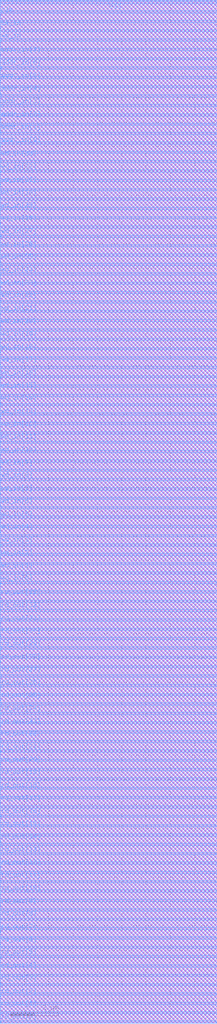
<source format=lef>
# Generated by FakeRAM 2.0
VERSION 5.7 ;
BUSBITCHARS "[]" ;
PROPERTYDEFINITIONS
  MACRO width INTEGER ;
  MACRO depth INTEGER ;
  MACRO banks INTEGER ;
END PROPERTYDEFINITIONS
MACRO fakeram7_256x34_upper
  PROPERTY width 34 ;
  PROPERTY depth 256 ;
  PROPERTY banks 2 ;
  FOREIGN fakeram7_256x34_upper 0 0 ;
  SYMMETRY X Y R90 ;
  SIZE 8.930 BY 42.000 ;
  CLASS BLOCK ;
  PIN rd_out[0]
    DIRECTION OUTPUT ;
    USE SIGNAL ;
    SHAPE ABUTMENT ;
    PORT
      LAYER M4_m ;
      RECT 0.000 0.048 0.024 0.072 ;
    END
  END rd_out[0]
  PIN rd_out[1]
    DIRECTION OUTPUT ;
    USE SIGNAL ;
    SHAPE ABUTMENT ;
    PORT
      LAYER M4_m ;
      RECT 0.000 0.576 0.024 0.600 ;
    END
  END rd_out[1]
  PIN rd_out[2]
    DIRECTION OUTPUT ;
    USE SIGNAL ;
    SHAPE ABUTMENT ;
    PORT
      LAYER M4_m ;
      RECT 0.000 1.104 0.024 1.128 ;
    END
  END rd_out[2]
  PIN rd_out[3]
    DIRECTION OUTPUT ;
    USE SIGNAL ;
    SHAPE ABUTMENT ;
    PORT
      LAYER M4_m ;
      RECT 0.000 1.632 0.024 1.656 ;
    END
  END rd_out[3]
  PIN rd_out[4]
    DIRECTION OUTPUT ;
    USE SIGNAL ;
    SHAPE ABUTMENT ;
    PORT
      LAYER M4_m ;
      RECT 0.000 2.160 0.024 2.184 ;
    END
  END rd_out[4]
  PIN rd_out[5]
    DIRECTION OUTPUT ;
    USE SIGNAL ;
    SHAPE ABUTMENT ;
    PORT
      LAYER M4_m ;
      RECT 0.000 2.688 0.024 2.712 ;
    END
  END rd_out[5]
  PIN rd_out[6]
    DIRECTION OUTPUT ;
    USE SIGNAL ;
    SHAPE ABUTMENT ;
    PORT
      LAYER M4_m ;
      RECT 0.000 3.216 0.024 3.240 ;
    END
  END rd_out[6]
  PIN rd_out[7]
    DIRECTION OUTPUT ;
    USE SIGNAL ;
    SHAPE ABUTMENT ;
    PORT
      LAYER M4_m ;
      RECT 0.000 3.744 0.024 3.768 ;
    END
  END rd_out[7]
  PIN rd_out[8]
    DIRECTION OUTPUT ;
    USE SIGNAL ;
    SHAPE ABUTMENT ;
    PORT
      LAYER M4_m ;
      RECT 0.000 4.272 0.024 4.296 ;
    END
  END rd_out[8]
  PIN rd_out[9]
    DIRECTION OUTPUT ;
    USE SIGNAL ;
    SHAPE ABUTMENT ;
    PORT
      LAYER M4_m ;
      RECT 0.000 4.800 0.024 4.824 ;
    END
  END rd_out[9]
  PIN rd_out[10]
    DIRECTION OUTPUT ;
    USE SIGNAL ;
    SHAPE ABUTMENT ;
    PORT
      LAYER M4_m ;
      RECT 0.000 5.328 0.024 5.352 ;
    END
  END rd_out[10]
  PIN rd_out[11]
    DIRECTION OUTPUT ;
    USE SIGNAL ;
    SHAPE ABUTMENT ;
    PORT
      LAYER M4_m ;
      RECT 0.000 5.856 0.024 5.880 ;
    END
  END rd_out[11]
  PIN rd_out[12]
    DIRECTION OUTPUT ;
    USE SIGNAL ;
    SHAPE ABUTMENT ;
    PORT
      LAYER M4_m ;
      RECT 0.000 6.384 0.024 6.408 ;
    END
  END rd_out[12]
  PIN rd_out[13]
    DIRECTION OUTPUT ;
    USE SIGNAL ;
    SHAPE ABUTMENT ;
    PORT
      LAYER M4_m ;
      RECT 0.000 6.912 0.024 6.936 ;
    END
  END rd_out[13]
  PIN rd_out[14]
    DIRECTION OUTPUT ;
    USE SIGNAL ;
    SHAPE ABUTMENT ;
    PORT
      LAYER M4_m ;
      RECT 0.000 7.440 0.024 7.464 ;
    END
  END rd_out[14]
  PIN rd_out[15]
    DIRECTION OUTPUT ;
    USE SIGNAL ;
    SHAPE ABUTMENT ;
    PORT
      LAYER M4_m ;
      RECT 0.000 7.968 0.024 7.992 ;
    END
  END rd_out[15]
  PIN rd_out[16]
    DIRECTION OUTPUT ;
    USE SIGNAL ;
    SHAPE ABUTMENT ;
    PORT
      LAYER M4_m ;
      RECT 0.000 8.496 0.024 8.520 ;
    END
  END rd_out[16]
  PIN rd_out[17]
    DIRECTION OUTPUT ;
    USE SIGNAL ;
    SHAPE ABUTMENT ;
    PORT
      LAYER M4_m ;
      RECT 0.000 9.024 0.024 9.048 ;
    END
  END rd_out[17]
  PIN rd_out[18]
    DIRECTION OUTPUT ;
    USE SIGNAL ;
    SHAPE ABUTMENT ;
    PORT
      LAYER M4_m ;
      RECT 0.000 9.552 0.024 9.576 ;
    END
  END rd_out[18]
  PIN rd_out[19]
    DIRECTION OUTPUT ;
    USE SIGNAL ;
    SHAPE ABUTMENT ;
    PORT
      LAYER M4_m ;
      RECT 0.000 10.080 0.024 10.104 ;
    END
  END rd_out[19]
  PIN rd_out[20]
    DIRECTION OUTPUT ;
    USE SIGNAL ;
    SHAPE ABUTMENT ;
    PORT
      LAYER M4_m ;
      RECT 0.000 10.608 0.024 10.632 ;
    END
  END rd_out[20]
  PIN rd_out[21]
    DIRECTION OUTPUT ;
    USE SIGNAL ;
    SHAPE ABUTMENT ;
    PORT
      LAYER M4_m ;
      RECT 0.000 11.136 0.024 11.160 ;
    END
  END rd_out[21]
  PIN rd_out[22]
    DIRECTION OUTPUT ;
    USE SIGNAL ;
    SHAPE ABUTMENT ;
    PORT
      LAYER M4_m ;
      RECT 0.000 11.664 0.024 11.688 ;
    END
  END rd_out[22]
  PIN rd_out[23]
    DIRECTION OUTPUT ;
    USE SIGNAL ;
    SHAPE ABUTMENT ;
    PORT
      LAYER M4_m ;
      RECT 0.000 12.192 0.024 12.216 ;
    END
  END rd_out[23]
  PIN rd_out[24]
    DIRECTION OUTPUT ;
    USE SIGNAL ;
    SHAPE ABUTMENT ;
    PORT
      LAYER M4_m ;
      RECT 0.000 12.720 0.024 12.744 ;
    END
  END rd_out[24]
  PIN rd_out[25]
    DIRECTION OUTPUT ;
    USE SIGNAL ;
    SHAPE ABUTMENT ;
    PORT
      LAYER M4_m ;
      RECT 0.000 13.248 0.024 13.272 ;
    END
  END rd_out[25]
  PIN rd_out[26]
    DIRECTION OUTPUT ;
    USE SIGNAL ;
    SHAPE ABUTMENT ;
    PORT
      LAYER M4_m ;
      RECT 0.000 13.776 0.024 13.800 ;
    END
  END rd_out[26]
  PIN rd_out[27]
    DIRECTION OUTPUT ;
    USE SIGNAL ;
    SHAPE ABUTMENT ;
    PORT
      LAYER M4_m ;
      RECT 0.000 14.304 0.024 14.328 ;
    END
  END rd_out[27]
  PIN rd_out[28]
    DIRECTION OUTPUT ;
    USE SIGNAL ;
    SHAPE ABUTMENT ;
    PORT
      LAYER M4_m ;
      RECT 0.000 14.832 0.024 14.856 ;
    END
  END rd_out[28]
  PIN rd_out[29]
    DIRECTION OUTPUT ;
    USE SIGNAL ;
    SHAPE ABUTMENT ;
    PORT
      LAYER M4_m ;
      RECT 0.000 15.360 0.024 15.384 ;
    END
  END rd_out[29]
  PIN rd_out[30]
    DIRECTION OUTPUT ;
    USE SIGNAL ;
    SHAPE ABUTMENT ;
    PORT
      LAYER M4_m ;
      RECT 0.000 15.888 0.024 15.912 ;
    END
  END rd_out[30]
  PIN rd_out[31]
    DIRECTION OUTPUT ;
    USE SIGNAL ;
    SHAPE ABUTMENT ;
    PORT
      LAYER M4_m ;
      RECT 0.000 16.416 0.024 16.440 ;
    END
  END rd_out[31]
  PIN rd_out[32]
    DIRECTION OUTPUT ;
    USE SIGNAL ;
    SHAPE ABUTMENT ;
    PORT
      LAYER M4_m ;
      RECT 0.000 16.944 0.024 16.968 ;
    END
  END rd_out[32]
  PIN rd_out[33]
    DIRECTION OUTPUT ;
    USE SIGNAL ;
    SHAPE ABUTMENT ;
    PORT
      LAYER M4_m ;
      RECT 0.000 17.472 0.024 17.496 ;
    END
  END rd_out[33]
  PIN wd_in[0]
    DIRECTION INPUT ;
    USE SIGNAL ;
    SHAPE ABUTMENT ;
    PORT
      LAYER M4_m ;
      RECT 0.000 18.048 0.024 18.072 ;
    END
  END wd_in[0]
  PIN wd_in[1]
    DIRECTION INPUT ;
    USE SIGNAL ;
    SHAPE ABUTMENT ;
    PORT
      LAYER M4_m ;
      RECT 0.000 18.576 0.024 18.600 ;
    END
  END wd_in[1]
  PIN wd_in[2]
    DIRECTION INPUT ;
    USE SIGNAL ;
    SHAPE ABUTMENT ;
    PORT
      LAYER M4_m ;
      RECT 0.000 19.104 0.024 19.128 ;
    END
  END wd_in[2]
  PIN wd_in[3]
    DIRECTION INPUT ;
    USE SIGNAL ;
    SHAPE ABUTMENT ;
    PORT
      LAYER M4_m ;
      RECT 0.000 19.632 0.024 19.656 ;
    END
  END wd_in[3]
  PIN wd_in[4]
    DIRECTION INPUT ;
    USE SIGNAL ;
    SHAPE ABUTMENT ;
    PORT
      LAYER M4_m ;
      RECT 0.000 20.160 0.024 20.184 ;
    END
  END wd_in[4]
  PIN wd_in[5]
    DIRECTION INPUT ;
    USE SIGNAL ;
    SHAPE ABUTMENT ;
    PORT
      LAYER M4_m ;
      RECT 0.000 20.688 0.024 20.712 ;
    END
  END wd_in[5]
  PIN wd_in[6]
    DIRECTION INPUT ;
    USE SIGNAL ;
    SHAPE ABUTMENT ;
    PORT
      LAYER M4_m ;
      RECT 0.000 21.216 0.024 21.240 ;
    END
  END wd_in[6]
  PIN wd_in[7]
    DIRECTION INPUT ;
    USE SIGNAL ;
    SHAPE ABUTMENT ;
    PORT
      LAYER M4_m ;
      RECT 0.000 21.744 0.024 21.768 ;
    END
  END wd_in[7]
  PIN wd_in[8]
    DIRECTION INPUT ;
    USE SIGNAL ;
    SHAPE ABUTMENT ;
    PORT
      LAYER M4_m ;
      RECT 0.000 22.272 0.024 22.296 ;
    END
  END wd_in[8]
  PIN wd_in[9]
    DIRECTION INPUT ;
    USE SIGNAL ;
    SHAPE ABUTMENT ;
    PORT
      LAYER M4_m ;
      RECT 0.000 22.800 0.024 22.824 ;
    END
  END wd_in[9]
  PIN wd_in[10]
    DIRECTION INPUT ;
    USE SIGNAL ;
    SHAPE ABUTMENT ;
    PORT
      LAYER M4_m ;
      RECT 0.000 23.328 0.024 23.352 ;
    END
  END wd_in[10]
  PIN wd_in[11]
    DIRECTION INPUT ;
    USE SIGNAL ;
    SHAPE ABUTMENT ;
    PORT
      LAYER M4_m ;
      RECT 0.000 23.856 0.024 23.880 ;
    END
  END wd_in[11]
  PIN wd_in[12]
    DIRECTION INPUT ;
    USE SIGNAL ;
    SHAPE ABUTMENT ;
    PORT
      LAYER M4_m ;
      RECT 0.000 24.384 0.024 24.408 ;
    END
  END wd_in[12]
  PIN wd_in[13]
    DIRECTION INPUT ;
    USE SIGNAL ;
    SHAPE ABUTMENT ;
    PORT
      LAYER M4_m ;
      RECT 0.000 24.912 0.024 24.936 ;
    END
  END wd_in[13]
  PIN wd_in[14]
    DIRECTION INPUT ;
    USE SIGNAL ;
    SHAPE ABUTMENT ;
    PORT
      LAYER M4_m ;
      RECT 0.000 25.440 0.024 25.464 ;
    END
  END wd_in[14]
  PIN wd_in[15]
    DIRECTION INPUT ;
    USE SIGNAL ;
    SHAPE ABUTMENT ;
    PORT
      LAYER M4_m ;
      RECT 0.000 25.968 0.024 25.992 ;
    END
  END wd_in[15]
  PIN wd_in[16]
    DIRECTION INPUT ;
    USE SIGNAL ;
    SHAPE ABUTMENT ;
    PORT
      LAYER M4_m ;
      RECT 0.000 26.496 0.024 26.520 ;
    END
  END wd_in[16]
  PIN wd_in[17]
    DIRECTION INPUT ;
    USE SIGNAL ;
    SHAPE ABUTMENT ;
    PORT
      LAYER M4_m ;
      RECT 0.000 27.024 0.024 27.048 ;
    END
  END wd_in[17]
  PIN wd_in[18]
    DIRECTION INPUT ;
    USE SIGNAL ;
    SHAPE ABUTMENT ;
    PORT
      LAYER M4_m ;
      RECT 0.000 27.552 0.024 27.576 ;
    END
  END wd_in[18]
  PIN wd_in[19]
    DIRECTION INPUT ;
    USE SIGNAL ;
    SHAPE ABUTMENT ;
    PORT
      LAYER M4_m ;
      RECT 0.000 28.080 0.024 28.104 ;
    END
  END wd_in[19]
  PIN wd_in[20]
    DIRECTION INPUT ;
    USE SIGNAL ;
    SHAPE ABUTMENT ;
    PORT
      LAYER M4_m ;
      RECT 0.000 28.608 0.024 28.632 ;
    END
  END wd_in[20]
  PIN wd_in[21]
    DIRECTION INPUT ;
    USE SIGNAL ;
    SHAPE ABUTMENT ;
    PORT
      LAYER M4_m ;
      RECT 0.000 29.136 0.024 29.160 ;
    END
  END wd_in[21]
  PIN wd_in[22]
    DIRECTION INPUT ;
    USE SIGNAL ;
    SHAPE ABUTMENT ;
    PORT
      LAYER M4_m ;
      RECT 0.000 29.664 0.024 29.688 ;
    END
  END wd_in[22]
  PIN wd_in[23]
    DIRECTION INPUT ;
    USE SIGNAL ;
    SHAPE ABUTMENT ;
    PORT
      LAYER M4_m ;
      RECT 0.000 30.192 0.024 30.216 ;
    END
  END wd_in[23]
  PIN wd_in[24]
    DIRECTION INPUT ;
    USE SIGNAL ;
    SHAPE ABUTMENT ;
    PORT
      LAYER M4_m ;
      RECT 0.000 30.720 0.024 30.744 ;
    END
  END wd_in[24]
  PIN wd_in[25]
    DIRECTION INPUT ;
    USE SIGNAL ;
    SHAPE ABUTMENT ;
    PORT
      LAYER M4_m ;
      RECT 0.000 31.248 0.024 31.272 ;
    END
  END wd_in[25]
  PIN wd_in[26]
    DIRECTION INPUT ;
    USE SIGNAL ;
    SHAPE ABUTMENT ;
    PORT
      LAYER M4_m ;
      RECT 0.000 31.776 0.024 31.800 ;
    END
  END wd_in[26]
  PIN wd_in[27]
    DIRECTION INPUT ;
    USE SIGNAL ;
    SHAPE ABUTMENT ;
    PORT
      LAYER M4_m ;
      RECT 0.000 32.304 0.024 32.328 ;
    END
  END wd_in[27]
  PIN wd_in[28]
    DIRECTION INPUT ;
    USE SIGNAL ;
    SHAPE ABUTMENT ;
    PORT
      LAYER M4_m ;
      RECT 0.000 32.832 0.024 32.856 ;
    END
  END wd_in[28]
  PIN wd_in[29]
    DIRECTION INPUT ;
    USE SIGNAL ;
    SHAPE ABUTMENT ;
    PORT
      LAYER M4_m ;
      RECT 0.000 33.360 0.024 33.384 ;
    END
  END wd_in[29]
  PIN wd_in[30]
    DIRECTION INPUT ;
    USE SIGNAL ;
    SHAPE ABUTMENT ;
    PORT
      LAYER M4_m ;
      RECT 0.000 33.888 0.024 33.912 ;
    END
  END wd_in[30]
  PIN wd_in[31]
    DIRECTION INPUT ;
    USE SIGNAL ;
    SHAPE ABUTMENT ;
    PORT
      LAYER M4_m ;
      RECT 0.000 34.416 0.024 34.440 ;
    END
  END wd_in[31]
  PIN wd_in[32]
    DIRECTION INPUT ;
    USE SIGNAL ;
    SHAPE ABUTMENT ;
    PORT
      LAYER M4_m ;
      RECT 0.000 34.944 0.024 34.968 ;
    END
  END wd_in[32]
  PIN wd_in[33]
    DIRECTION INPUT ;
    USE SIGNAL ;
    SHAPE ABUTMENT ;
    PORT
      LAYER M4_m ;
      RECT 0.000 35.472 0.024 35.496 ;
    END
  END wd_in[33]
  PIN addr_in[0]
    DIRECTION INPUT ;
    USE SIGNAL ;
    SHAPE ABUTMENT ;
    PORT
      LAYER M4_m ;
      RECT 0.000 36.048 0.024 36.072 ;
    END
  END addr_in[0]
  PIN addr_in[1]
    DIRECTION INPUT ;
    USE SIGNAL ;
    SHAPE ABUTMENT ;
    PORT
      LAYER M4_m ;
      RECT 0.000 36.576 0.024 36.600 ;
    END
  END addr_in[1]
  PIN addr_in[2]
    DIRECTION INPUT ;
    USE SIGNAL ;
    SHAPE ABUTMENT ;
    PORT
      LAYER M4_m ;
      RECT 0.000 37.104 0.024 37.128 ;
    END
  END addr_in[2]
  PIN addr_in[3]
    DIRECTION INPUT ;
    USE SIGNAL ;
    SHAPE ABUTMENT ;
    PORT
      LAYER M4_m ;
      RECT 0.000 37.632 0.024 37.656 ;
    END
  END addr_in[3]
  PIN addr_in[4]
    DIRECTION INPUT ;
    USE SIGNAL ;
    SHAPE ABUTMENT ;
    PORT
      LAYER M4_m ;
      RECT 0.000 38.160 0.024 38.184 ;
    END
  END addr_in[4]
  PIN addr_in[5]
    DIRECTION INPUT ;
    USE SIGNAL ;
    SHAPE ABUTMENT ;
    PORT
      LAYER M4_m ;
      RECT 0.000 38.688 0.024 38.712 ;
    END
  END addr_in[5]
  PIN addr_in[6]
    DIRECTION INPUT ;
    USE SIGNAL ;
    SHAPE ABUTMENT ;
    PORT
      LAYER M4_m ;
      RECT 0.000 39.216 0.024 39.240 ;
    END
  END addr_in[6]
  PIN addr_in[7]
    DIRECTION INPUT ;
    USE SIGNAL ;
    SHAPE ABUTMENT ;
    PORT
      LAYER M4_m ;
      RECT 0.000 39.744 0.024 39.768 ;
    END
  END addr_in[7]
  PIN we_in
    DIRECTION INPUT ;
    USE SIGNAL ;
    SHAPE ABUTMENT ;
    PORT
      LAYER M4_m ;
      RECT 0.000 40.320 0.024 40.344 ;
    END
  END we_in
  PIN ce_in
    DIRECTION INPUT ;
    USE SIGNAL ;
    SHAPE ABUTMENT ;
    PORT
      LAYER M4_m ;
      RECT 0.000 40.848 0.024 40.872 ;
    END
  END ce_in
  PIN clk
    DIRECTION INPUT ;
    USE SIGNAL ;
    SHAPE ABUTMENT ;
    PORT
      LAYER M4_m ;
      RECT 0.000 41.376 0.024 41.400 ;
    END
  END clk
  PIN VSS
    DIRECTION INOUT ;
    USE GROUND ;
    PORT
      LAYER M4_m ;
      RECT 0.048 0.000 8.882 0.096 ;
      RECT 0.048 0.768 8.882 0.864 ;
      RECT 0.048 1.536 8.882 1.632 ;
      RECT 0.048 2.304 8.882 2.400 ;
      RECT 0.048 3.072 8.882 3.168 ;
      RECT 0.048 3.840 8.882 3.936 ;
      RECT 0.048 4.608 8.882 4.704 ;
      RECT 0.048 5.376 8.882 5.472 ;
      RECT 0.048 6.144 8.882 6.240 ;
      RECT 0.048 6.912 8.882 7.008 ;
      RECT 0.048 7.680 8.882 7.776 ;
      RECT 0.048 8.448 8.882 8.544 ;
      RECT 0.048 9.216 8.882 9.312 ;
      RECT 0.048 9.984 8.882 10.080 ;
      RECT 0.048 10.752 8.882 10.848 ;
      RECT 0.048 11.520 8.882 11.616 ;
      RECT 0.048 12.288 8.882 12.384 ;
      RECT 0.048 13.056 8.882 13.152 ;
      RECT 0.048 13.824 8.882 13.920 ;
      RECT 0.048 14.592 8.882 14.688 ;
      RECT 0.048 15.360 8.882 15.456 ;
      RECT 0.048 16.128 8.882 16.224 ;
      RECT 0.048 16.896 8.882 16.992 ;
      RECT 0.048 17.664 8.882 17.760 ;
      RECT 0.048 18.432 8.882 18.528 ;
      RECT 0.048 19.200 8.882 19.296 ;
      RECT 0.048 19.968 8.882 20.064 ;
      RECT 0.048 20.736 8.882 20.832 ;
      RECT 0.048 21.504 8.882 21.600 ;
      RECT 0.048 22.272 8.882 22.368 ;
      RECT 0.048 23.040 8.882 23.136 ;
      RECT 0.048 23.808 8.882 23.904 ;
      RECT 0.048 24.576 8.882 24.672 ;
      RECT 0.048 25.344 8.882 25.440 ;
      RECT 0.048 26.112 8.882 26.208 ;
      RECT 0.048 26.880 8.882 26.976 ;
      RECT 0.048 27.648 8.882 27.744 ;
      RECT 0.048 28.416 8.882 28.512 ;
      RECT 0.048 29.184 8.882 29.280 ;
      RECT 0.048 29.952 8.882 30.048 ;
      RECT 0.048 30.720 8.882 30.816 ;
      RECT 0.048 31.488 8.882 31.584 ;
      RECT 0.048 32.256 8.882 32.352 ;
      RECT 0.048 33.024 8.882 33.120 ;
      RECT 0.048 33.792 8.882 33.888 ;
      RECT 0.048 34.560 8.882 34.656 ;
      RECT 0.048 35.328 8.882 35.424 ;
      RECT 0.048 36.096 8.882 36.192 ;
      RECT 0.048 36.864 8.882 36.960 ;
      RECT 0.048 37.632 8.882 37.728 ;
      RECT 0.048 38.400 8.882 38.496 ;
      RECT 0.048 39.168 8.882 39.264 ;
      RECT 0.048 39.936 8.882 40.032 ;
      RECT 0.048 40.704 8.882 40.800 ;
      RECT 0.048 41.472 8.882 41.568 ;
    END
  END VSS
  PIN VDD
    DIRECTION INOUT ;
    USE POWER ;
    PORT
      LAYER M4_m ;
      RECT 0.048 0.384 8.882 0.480 ;
      RECT 0.048 1.152 8.882 1.248 ;
      RECT 0.048 1.920 8.882 2.016 ;
      RECT 0.048 2.688 8.882 2.784 ;
      RECT 0.048 3.456 8.882 3.552 ;
      RECT 0.048 4.224 8.882 4.320 ;
      RECT 0.048 4.992 8.882 5.088 ;
      RECT 0.048 5.760 8.882 5.856 ;
      RECT 0.048 6.528 8.882 6.624 ;
      RECT 0.048 7.296 8.882 7.392 ;
      RECT 0.048 8.064 8.882 8.160 ;
      RECT 0.048 8.832 8.882 8.928 ;
      RECT 0.048 9.600 8.882 9.696 ;
      RECT 0.048 10.368 8.882 10.464 ;
      RECT 0.048 11.136 8.882 11.232 ;
      RECT 0.048 11.904 8.882 12.000 ;
      RECT 0.048 12.672 8.882 12.768 ;
      RECT 0.048 13.440 8.882 13.536 ;
      RECT 0.048 14.208 8.882 14.304 ;
      RECT 0.048 14.976 8.882 15.072 ;
      RECT 0.048 15.744 8.882 15.840 ;
      RECT 0.048 16.512 8.882 16.608 ;
      RECT 0.048 17.280 8.882 17.376 ;
      RECT 0.048 18.048 8.882 18.144 ;
      RECT 0.048 18.816 8.882 18.912 ;
      RECT 0.048 19.584 8.882 19.680 ;
      RECT 0.048 20.352 8.882 20.448 ;
      RECT 0.048 21.120 8.882 21.216 ;
      RECT 0.048 21.888 8.882 21.984 ;
      RECT 0.048 22.656 8.882 22.752 ;
      RECT 0.048 23.424 8.882 23.520 ;
      RECT 0.048 24.192 8.882 24.288 ;
      RECT 0.048 24.960 8.882 25.056 ;
      RECT 0.048 25.728 8.882 25.824 ;
      RECT 0.048 26.496 8.882 26.592 ;
      RECT 0.048 27.264 8.882 27.360 ;
      RECT 0.048 28.032 8.882 28.128 ;
      RECT 0.048 28.800 8.882 28.896 ;
      RECT 0.048 29.568 8.882 29.664 ;
      RECT 0.048 30.336 8.882 30.432 ;
      RECT 0.048 31.104 8.882 31.200 ;
      RECT 0.048 31.872 8.882 31.968 ;
      RECT 0.048 32.640 8.882 32.736 ;
      RECT 0.048 33.408 8.882 33.504 ;
      RECT 0.048 34.176 8.882 34.272 ;
      RECT 0.048 34.944 8.882 35.040 ;
      RECT 0.048 35.712 8.882 35.808 ;
      RECT 0.048 36.480 8.882 36.576 ;
      RECT 0.048 37.248 8.882 37.344 ;
      RECT 0.048 38.016 8.882 38.112 ;
      RECT 0.048 38.784 8.882 38.880 ;
      RECT 0.048 39.552 8.882 39.648 ;
      RECT 0.048 40.320 8.882 40.416 ;
      RECT 0.048 41.088 8.882 41.184 ;
      RECT 0.048 41.856 8.882 41.952 ;
    END
  END VDD
  OBS
    LAYER M1_m ;
    RECT 0 0 8.930 42.000 ;
    LAYER M2_m ;
    RECT 0 0 8.930 42.000 ;
    LAYER M3_m ;
    RECT 0 0 8.930 42.000 ;
    LAYER M4_m ;
    RECT 0 0 8.930 42.000 ;
  END
END fakeram7_256x34_upper

END LIBRARY

</source>
